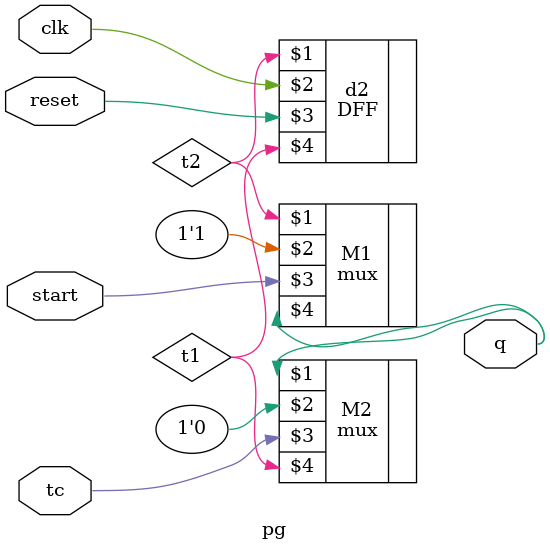
<source format=v>
`timescale 1ns / 1ps

module pg(start,tc,q,clk,reset);
	 input start,tc,clk,reset;
	 output  q;
	 
	 wire t1,t2;
	 parameter vdd=1'b1;
	 parameter gnd=1'b0;
	
    mux M1(t2,vdd,start,q);
	 mux M2(q,gnd,tc,t1);
	 DFF d2(t2,clk,reset,t1);

endmodule
</source>
